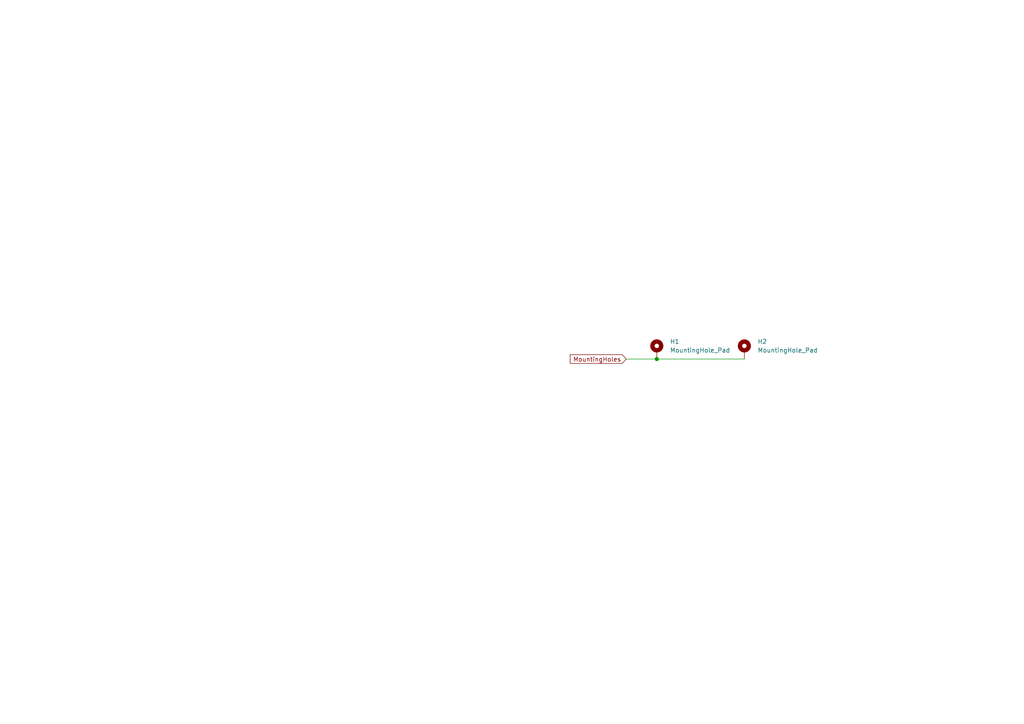
<source format=kicad_sch>
(kicad_sch (version 20200714) (host eeschema "(5.99.0-2555-g9cc6a77cc-dirty)")
  (page 1 1)
  (paper "A4")
  (lib_symbols
    (symbol "Mechanical:MountingHole_Pad" (pin_numbers hide) (pin_names hide)
      (property "Reference" "H" (at 0 6.35 0))
      (property "Value" "MountingHole_Pad" (at 0 4.445 0))
      (symbol "MountingHole_Pad_0_1"
        (circle (center 0 1.27) (radius 1.27) (stroke (width 1.27)))
      )
      (symbol "MountingHole_Pad_1_1"
        (pin input line (at 0 -2.54 90) (length 2.54) (name "1") (number "1"))
      )
    )
  )
  (junction (at 190.5 104.14) (diameter 1.016))
  (wire (pts (xy 181.61 104.14) (xy 190.5 104.14)))
  (wire (pts (xy 190.5 104.14) (xy 215.9 104.14)))
  (global_label "MountingHoles" (shape input) (at 181.61 104.14 180))
  (symbol (lib_id "Mechanical:MountingHole_Pad") (at 190.5 101.6 0) (unit 1)
    (property "Reference" "H1" (at 194.31 99.06 0) (effects (justify left)))
    (property "Value" "MountingHole_Pad" (at 194.31 101.6 0) (effects (justify left)))
    (property "Footprint" "MountingHole:MountingHole_3.2mm_M3_Pad" (effects hide))
  )
  (symbol (lib_id "Mechanical:MountingHole_Pad") (at 215.9 101.6 0) (unit 1)
    (property "Reference" "H2" (at 219.71 99.06 0) (effects (justify left)))
    (property "Value" "MountingHole_Pad" (at 219.71 101.6 0) (effects (justify left)))
    (property "Footprint" "MountingHole:MountingHole_3.2mm_M3_Pad" (effects hide))
  )
)
</source>
